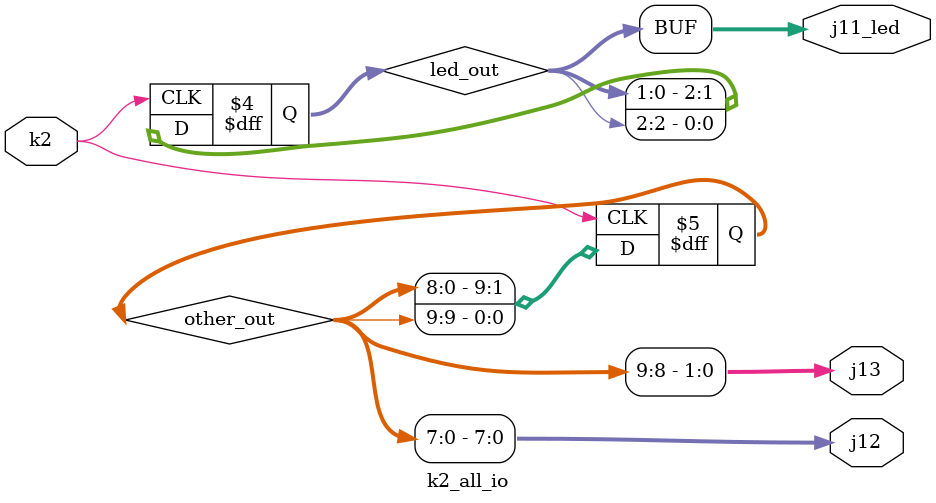
<source format=v>
module k2_all_io(
    input     k2,
    output    [2 : 0] j11_led,
    output    [7 : 0] j12,
    output    [1 : 0] j13
);

reg [2 : 0] led_out = 3'b1;
reg [9 : 0] other_out = 10'b1;

always@(negedge k2)
    begin
    led_out <= {led_out[1:0], led_out[2]};
    other_out <= {other_out[8:0], other_out[9]};
    end

assign j11_led[0] = led_out[0];
assign j11_led[1] = led_out[1];
assign j11_led[2] = led_out[2];
assign j12[0] = other_out[0];
assign j12[1] = other_out[1];
assign j12[2] = other_out[2];
assign j12[3] = other_out[3];
assign j12[4] = other_out[4];
assign j12[5] = other_out[5];
assign j12[6] = other_out[6];
assign j12[7] = other_out[7];
assign j13[0] = other_out[8];
assign j13[1] = other_out[9];

endmodule

</source>
